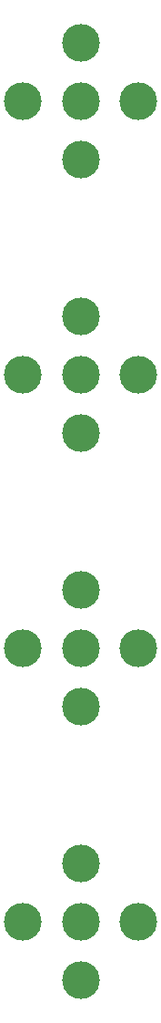
<source format=gbr>
%TF.GenerationSoftware,KiCad,Pcbnew,7.0.2*%
%TF.CreationDate,2023-04-23T11:42:29-07:00*%
%TF.ProjectId,floob-dome-switches,666c6f6f-622d-4646-9f6d-652d73776974,rev?*%
%TF.SameCoordinates,Original*%
%TF.FileFunction,Paste,Top*%
%TF.FilePolarity,Positive*%
%FSLAX46Y46*%
G04 Gerber Fmt 4.6, Leading zero omitted, Abs format (unit mm)*
G04 Created by KiCad (PCBNEW 7.0.2) date 2023-04-23 11:42:29*
%MOMM*%
%LPD*%
G01*
G04 APERTURE LIST*
%ADD10C,3.500000*%
G04 APERTURE END LIST*
D10*
%TO.C,SW2*%
X137050000Y-60500000D03*
X131650000Y-60500000D03*
X137050000Y-55100000D03*
X137050000Y-65900000D03*
X142450000Y-60500000D03*
%TD*%
%TO.C,SW4*%
X142450000Y-111300000D03*
X137050000Y-116700000D03*
X137050000Y-105900000D03*
X131650000Y-111300000D03*
X137050000Y-111300000D03*
%TD*%
%TO.C,SW3*%
X142450000Y-85900000D03*
X137050000Y-91300000D03*
X137050000Y-80500000D03*
X131650000Y-85900000D03*
X137050000Y-85900000D03*
%TD*%
%TO.C,SW1*%
X142450000Y-35100000D03*
X137050000Y-40500000D03*
X137050000Y-29700000D03*
X131650000Y-35100000D03*
X137050000Y-35100000D03*
%TD*%
M02*

</source>
